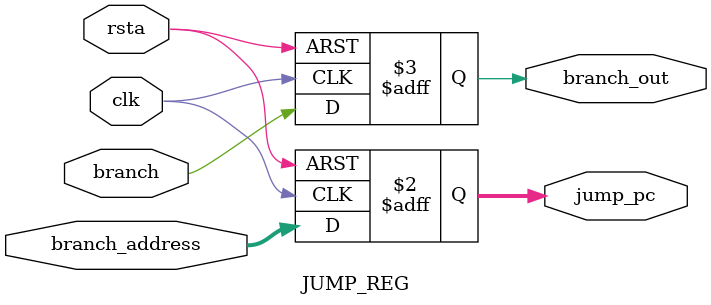
<source format=v>
module JUMP_REG (
    input  clk,
    input  rsta,
    input  branch,
    input  [31:0] branch_address,
    output reg [31:0] jump_pc,
    output reg  branch_out
);



    always @(posedge clk  or posedge rsta) begin
        if (rsta) begin
            jump_pc <= 32'b0;
            branch_out<=0;
        end else begin
            jump_pc <= branch_address; // ´æ´¢Ìø×ªµØÖ·
             branch_out<= branch;
        end
    end


endmodule
</source>
